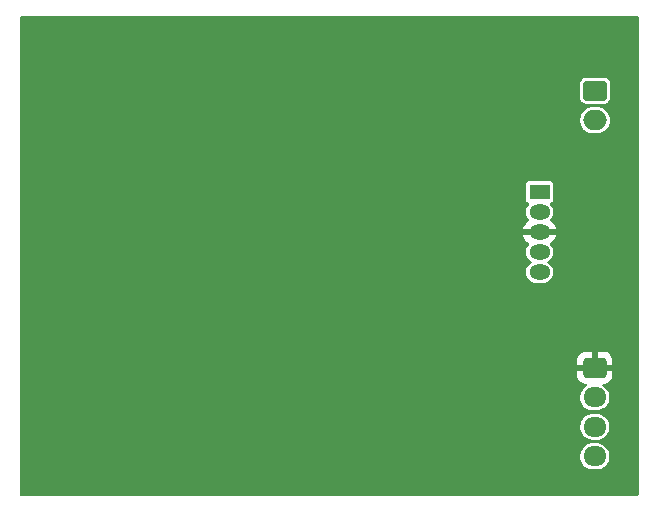
<source format=gbr>
%TF.GenerationSoftware,KiCad,Pcbnew,5.99.0-unknown-1f4a56005e~130~ubuntu20.04.1*%
%TF.CreationDate,2021-06-26T22:45:04+02:00*%
%TF.ProjectId,LED-Modul,4c45442d-4d6f-4647-956c-2e6b69636164,rev?*%
%TF.SameCoordinates,Original*%
%TF.FileFunction,Copper,L2,Bot*%
%TF.FilePolarity,Positive*%
%FSLAX46Y46*%
G04 Gerber Fmt 4.6, Leading zero omitted, Abs format (unit mm)*
G04 Created by KiCad (PCBNEW 5.99.0-unknown-1f4a56005e~130~ubuntu20.04.1) date 2021-06-26 22:45:04*
%MOMM*%
%LPD*%
G01*
G04 APERTURE LIST*
G04 Aperture macros list*
%AMRoundRect*
0 Rectangle with rounded corners*
0 $1 Rounding radius*
0 $2 $3 $4 $5 $6 $7 $8 $9 X,Y pos of 4 corners*
0 Add a 4 corners polygon primitive as box body*
4,1,4,$2,$3,$4,$5,$6,$7,$8,$9,$2,$3,0*
0 Add four circle primitives for the rounded corners*
1,1,$1+$1,$2,$3*
1,1,$1+$1,$4,$5*
1,1,$1+$1,$6,$7*
1,1,$1+$1,$8,$9*
0 Add four rect primitives between the rounded corners*
20,1,$1+$1,$2,$3,$4,$5,0*
20,1,$1+$1,$4,$5,$6,$7,0*
20,1,$1+$1,$6,$7,$8,$9,0*
20,1,$1+$1,$8,$9,$2,$3,0*%
G04 Aperture macros list end*
%TA.AperFunction,ComponentPad*%
%ADD10RoundRect,0.250000X-0.725000X0.600000X-0.725000X-0.600000X0.725000X-0.600000X0.725000X0.600000X0*%
%TD*%
%TA.AperFunction,ComponentPad*%
%ADD11O,1.950000X1.700000*%
%TD*%
%TA.AperFunction,ComponentPad*%
%ADD12RoundRect,0.250000X-0.750000X0.600000X-0.750000X-0.600000X0.750000X-0.600000X0.750000X0.600000X0*%
%TD*%
%TA.AperFunction,ComponentPad*%
%ADD13O,2.000000X1.700000*%
%TD*%
%TA.AperFunction,ComponentPad*%
%ADD14R,1.800000X1.275000*%
%TD*%
%TA.AperFunction,ComponentPad*%
%ADD15O,1.800000X1.275000*%
%TD*%
%TA.AperFunction,ViaPad*%
%ADD16C,0.700000*%
%TD*%
G04 APERTURE END LIST*
D10*
%TO.P,J2,1,Pin_1*%
%TO.N,GND*%
X172975000Y-105470000D03*
D11*
%TO.P,J2,2,Pin_2*%
%TO.N,Net-(J2-Pad2)*%
X172975000Y-107970000D03*
%TO.P,J2,3,Pin_3*%
%TO.N,Net-(J2-Pad3)*%
X172975000Y-110470000D03*
%TO.P,J2,4,Pin_4*%
%TO.N,3V3_MOD*%
X172975000Y-112970000D03*
%TD*%
D12*
%TO.P,J1,1,Pin_1*%
%TO.N,Net-(D1-Pad2)*%
X173000000Y-82000000D03*
D13*
%TO.P,J1,2,Pin_2*%
%TO.N,Net-(D1-Pad1)*%
X173000000Y-84500000D03*
%TD*%
D14*
%TO.P,U1,1*%
%TO.N,N/C*%
X168300000Y-90580000D03*
D15*
%TO.P,U1,2,SDA*%
%TO.N,Net-(J2-Pad2)*%
X168300000Y-92280000D03*
%TO.P,U1,3,GND*%
%TO.N,GND*%
X168300000Y-93980000D03*
%TO.P,U1,4,SCLK*%
%TO.N,Net-(J2-Pad3)*%
X168300000Y-95680000D03*
%TO.P,U1,5,VDD*%
%TO.N,3V3_MOD*%
X168300000Y-97380000D03*
%TD*%
D16*
%TO.N,GND*%
X146000000Y-97000000D03*
X146000000Y-95000000D03*
X144000000Y-95000000D03*
X144000000Y-97000000D03*
X146000000Y-99000000D03*
X144000000Y-99000000D03*
X144000000Y-93000000D03*
X146000000Y-93000000D03*
X148000000Y-97000000D03*
X148000000Y-95000000D03*
X142000000Y-95000000D03*
X142000000Y-97000000D03*
X142000000Y-99000000D03*
X148000000Y-99000000D03*
X148000000Y-93000000D03*
X142000000Y-93000000D03*
X147000000Y-94000000D03*
X147000000Y-96000000D03*
X147000000Y-98000000D03*
X143000000Y-98000000D03*
X143000000Y-96000000D03*
X143000000Y-94000000D03*
X140000000Y-98500000D03*
X145000000Y-98000000D03*
X150000000Y-98500000D03*
X150000000Y-93500000D03*
X145000000Y-94000000D03*
X140000000Y-93500000D03*
X150000000Y-91000000D03*
X145000000Y-90500000D03*
X145000000Y-96000000D03*
X145000000Y-101500000D03*
X150000000Y-101000000D03*
X140000000Y-101000000D03*
X140000000Y-91000000D03*
%TD*%
%TA.AperFunction,Conductor*%
%TO.N,GND*%
G36*
X176659191Y-75718907D02*
G01*
X176695155Y-75768407D01*
X176700000Y-75799000D01*
X176700000Y-116201000D01*
X176681093Y-116259191D01*
X176631593Y-116295155D01*
X176601000Y-116300000D01*
X124399000Y-116300000D01*
X124340809Y-116281093D01*
X124304845Y-116231593D01*
X124300000Y-116201000D01*
X124300000Y-112915801D01*
X171741825Y-112915801D01*
X171751569Y-113126330D01*
X171800947Y-113331218D01*
X171888178Y-113523072D01*
X172010114Y-113694970D01*
X172088390Y-113769903D01*
X172158951Y-113837451D01*
X172158955Y-113837454D01*
X172162355Y-113840709D01*
X172339408Y-113955031D01*
X172343769Y-113956789D01*
X172343770Y-113956789D01*
X172530522Y-114032052D01*
X172530525Y-114032053D01*
X172534885Y-114033810D01*
X172539499Y-114034711D01*
X172539502Y-114034712D01*
X172738237Y-114073523D01*
X172738244Y-114073524D01*
X172741732Y-114074205D01*
X172747764Y-114074500D01*
X173152406Y-114074500D01*
X173288099Y-114061554D01*
X173305106Y-114059931D01*
X173305107Y-114059931D01*
X173309801Y-114059483D01*
X173512033Y-114000155D01*
X173699397Y-113903656D01*
X173783680Y-113837451D01*
X173861420Y-113776386D01*
X173861422Y-113776384D01*
X173865133Y-113773469D01*
X174003261Y-113614290D01*
X174108797Y-113431864D01*
X174142258Y-113335507D01*
X174176391Y-113237217D01*
X174176392Y-113237211D01*
X174177934Y-113232772D01*
X174208175Y-113024199D01*
X174198431Y-112813670D01*
X174149053Y-112608782D01*
X174061822Y-112416928D01*
X173939886Y-112245030D01*
X173854838Y-112163614D01*
X173791049Y-112102549D01*
X173791045Y-112102546D01*
X173787645Y-112099291D01*
X173610592Y-111984969D01*
X173503977Y-111942002D01*
X173419478Y-111907948D01*
X173419475Y-111907947D01*
X173415115Y-111906190D01*
X173410501Y-111905289D01*
X173410498Y-111905288D01*
X173211763Y-111866477D01*
X173211756Y-111866476D01*
X173208268Y-111865795D01*
X173202236Y-111865500D01*
X172797594Y-111865500D01*
X172661901Y-111878446D01*
X172644894Y-111880069D01*
X172644893Y-111880069D01*
X172640199Y-111880517D01*
X172437967Y-111939845D01*
X172250603Y-112036344D01*
X172246895Y-112039257D01*
X172088580Y-112163614D01*
X172088578Y-112163616D01*
X172084867Y-112166531D01*
X171946739Y-112325710D01*
X171841203Y-112508136D01*
X171839659Y-112512583D01*
X171773609Y-112702783D01*
X171773608Y-112702789D01*
X171772066Y-112707228D01*
X171741825Y-112915801D01*
X124300000Y-112915801D01*
X124300000Y-110415801D01*
X171741825Y-110415801D01*
X171751569Y-110626330D01*
X171800947Y-110831218D01*
X171888178Y-111023072D01*
X172010114Y-111194970D01*
X172088390Y-111269903D01*
X172158951Y-111337451D01*
X172158955Y-111337454D01*
X172162355Y-111340709D01*
X172339408Y-111455031D01*
X172343769Y-111456789D01*
X172343770Y-111456789D01*
X172530522Y-111532052D01*
X172530525Y-111532053D01*
X172534885Y-111533810D01*
X172539499Y-111534711D01*
X172539502Y-111534712D01*
X172738237Y-111573523D01*
X172738244Y-111573524D01*
X172741732Y-111574205D01*
X172747764Y-111574500D01*
X173152406Y-111574500D01*
X173288099Y-111561554D01*
X173305106Y-111559931D01*
X173305107Y-111559931D01*
X173309801Y-111559483D01*
X173512033Y-111500155D01*
X173699397Y-111403656D01*
X173783680Y-111337451D01*
X173861420Y-111276386D01*
X173861422Y-111276384D01*
X173865133Y-111273469D01*
X174003261Y-111114290D01*
X174108797Y-110931864D01*
X174142258Y-110835507D01*
X174176391Y-110737217D01*
X174176392Y-110737211D01*
X174177934Y-110732772D01*
X174208175Y-110524199D01*
X174198431Y-110313670D01*
X174149053Y-110108782D01*
X174061822Y-109916928D01*
X173939886Y-109745030D01*
X173854838Y-109663614D01*
X173791049Y-109602549D01*
X173791045Y-109602546D01*
X173787645Y-109599291D01*
X173610592Y-109484969D01*
X173503977Y-109442002D01*
X173419478Y-109407948D01*
X173419475Y-109407947D01*
X173415115Y-109406190D01*
X173410501Y-109405289D01*
X173410498Y-109405288D01*
X173211763Y-109366477D01*
X173211756Y-109366476D01*
X173208268Y-109365795D01*
X173202236Y-109365500D01*
X172797594Y-109365500D01*
X172661901Y-109378446D01*
X172644894Y-109380069D01*
X172644893Y-109380069D01*
X172640199Y-109380517D01*
X172437967Y-109439845D01*
X172250603Y-109536344D01*
X172246895Y-109539257D01*
X172088580Y-109663614D01*
X172088578Y-109663616D01*
X172084867Y-109666531D01*
X171946739Y-109825710D01*
X171841203Y-110008136D01*
X171839659Y-110012583D01*
X171773609Y-110202783D01*
X171773608Y-110202789D01*
X171772066Y-110207228D01*
X171741825Y-110415801D01*
X124300000Y-110415801D01*
X124300000Y-105732243D01*
X171492000Y-105732243D01*
X171492000Y-106110019D01*
X171492332Y-106115731D01*
X171506799Y-106239817D01*
X171509427Y-106250934D01*
X171565795Y-106406226D01*
X171570918Y-106416457D01*
X171661498Y-106554614D01*
X171668831Y-106563384D01*
X171788769Y-106677002D01*
X171797917Y-106683846D01*
X171940780Y-106766828D01*
X171951259Y-106771384D01*
X172110022Y-106819468D01*
X172119946Y-106821393D01*
X172191781Y-106827804D01*
X172196182Y-106828000D01*
X172246690Y-106828000D01*
X172304881Y-106846907D01*
X172340845Y-106896407D01*
X172340845Y-106957593D01*
X172304881Y-107007093D01*
X172292019Y-107015013D01*
X172257671Y-107032704D01*
X172250603Y-107036344D01*
X172246895Y-107039257D01*
X172088580Y-107163614D01*
X172088578Y-107163616D01*
X172084867Y-107166531D01*
X171946739Y-107325710D01*
X171841203Y-107508136D01*
X171839659Y-107512583D01*
X171773609Y-107702783D01*
X171773608Y-107702789D01*
X171772066Y-107707228D01*
X171741825Y-107915801D01*
X171751569Y-108126330D01*
X171800947Y-108331218D01*
X171888178Y-108523072D01*
X172010114Y-108694970D01*
X172088390Y-108769903D01*
X172158951Y-108837451D01*
X172158955Y-108837454D01*
X172162355Y-108840709D01*
X172339408Y-108955031D01*
X172343769Y-108956789D01*
X172343770Y-108956789D01*
X172530522Y-109032052D01*
X172530525Y-109032053D01*
X172534885Y-109033810D01*
X172539499Y-109034711D01*
X172539502Y-109034712D01*
X172738237Y-109073523D01*
X172738244Y-109073524D01*
X172741732Y-109074205D01*
X172747764Y-109074500D01*
X173152406Y-109074500D01*
X173288099Y-109061554D01*
X173305106Y-109059931D01*
X173305107Y-109059931D01*
X173309801Y-109059483D01*
X173512033Y-109000155D01*
X173699397Y-108903656D01*
X173783680Y-108837451D01*
X173861420Y-108776386D01*
X173861422Y-108776384D01*
X173865133Y-108773469D01*
X174003261Y-108614290D01*
X174108797Y-108431864D01*
X174142258Y-108335507D01*
X174176391Y-108237217D01*
X174176392Y-108237211D01*
X174177934Y-108232772D01*
X174208175Y-108024199D01*
X174198431Y-107813670D01*
X174149053Y-107608782D01*
X174061822Y-107416928D01*
X173939886Y-107245030D01*
X173854838Y-107163614D01*
X173791049Y-107102549D01*
X173791045Y-107102546D01*
X173787645Y-107099291D01*
X173649620Y-107010169D01*
X173610991Y-106962720D01*
X173607629Y-106901627D01*
X173640818Y-106850226D01*
X173703322Y-106828000D01*
X173740019Y-106828000D01*
X173745731Y-106827668D01*
X173869817Y-106813201D01*
X173880934Y-106810573D01*
X174036226Y-106754205D01*
X174046457Y-106749082D01*
X174184614Y-106658502D01*
X174193384Y-106651169D01*
X174307002Y-106531231D01*
X174313846Y-106522083D01*
X174396828Y-106379220D01*
X174401384Y-106368741D01*
X174449468Y-106209978D01*
X174451393Y-106200054D01*
X174457804Y-106128219D01*
X174458000Y-106123818D01*
X174458000Y-105739680D01*
X174453878Y-105726995D01*
X174449757Y-105724000D01*
X171507680Y-105724000D01*
X171494995Y-105728122D01*
X171492000Y-105732243D01*
X124300000Y-105732243D01*
X124300000Y-104816182D01*
X171492000Y-104816182D01*
X171492000Y-105200320D01*
X171496122Y-105213005D01*
X171500243Y-105216000D01*
X172705320Y-105216000D01*
X172718005Y-105211878D01*
X172721000Y-105207757D01*
X172721000Y-104127680D01*
X172718583Y-104120243D01*
X173229000Y-104120243D01*
X173229000Y-105200320D01*
X173233122Y-105213005D01*
X173237243Y-105216000D01*
X174442320Y-105216000D01*
X174455005Y-105211878D01*
X174458000Y-105207757D01*
X174458000Y-104829981D01*
X174457668Y-104824269D01*
X174443201Y-104700183D01*
X174440573Y-104689066D01*
X174384205Y-104533774D01*
X174379082Y-104523543D01*
X174288502Y-104385386D01*
X174281169Y-104376616D01*
X174161231Y-104262998D01*
X174152083Y-104256154D01*
X174009220Y-104173172D01*
X173998741Y-104168616D01*
X173839978Y-104120532D01*
X173830054Y-104118607D01*
X173758219Y-104112196D01*
X173753818Y-104112000D01*
X173244680Y-104112000D01*
X173231995Y-104116122D01*
X173229000Y-104120243D01*
X172718583Y-104120243D01*
X172716878Y-104114995D01*
X172712757Y-104112000D01*
X172209981Y-104112000D01*
X172204269Y-104112332D01*
X172080183Y-104126799D01*
X172069066Y-104129427D01*
X171913774Y-104185795D01*
X171903543Y-104190918D01*
X171765386Y-104281498D01*
X171756616Y-104288831D01*
X171642998Y-104408769D01*
X171636154Y-104417917D01*
X171553172Y-104560780D01*
X171548616Y-104571259D01*
X171500532Y-104730022D01*
X171498607Y-104739946D01*
X171492196Y-104811781D01*
X171492000Y-104816182D01*
X124300000Y-104816182D01*
X124300000Y-94245873D01*
X166920721Y-94245873D01*
X166925434Y-94273299D01*
X166927772Y-94282026D01*
X166997505Y-94471044D01*
X167001398Y-94479206D01*
X167104402Y-94652340D01*
X167109723Y-94659665D01*
X167242554Y-94811129D01*
X167249109Y-94817349D01*
X167377206Y-94918332D01*
X167411199Y-94969206D01*
X167408797Y-95030344D01*
X167382158Y-95069652D01*
X167374758Y-95076314D01*
X167374752Y-95076321D01*
X167370899Y-95079790D01*
X167260675Y-95231500D01*
X167184402Y-95402812D01*
X167145414Y-95586238D01*
X167145414Y-95773762D01*
X167184402Y-95957188D01*
X167260675Y-96128500D01*
X167370899Y-96280210D01*
X167374748Y-96283676D01*
X167374752Y-96283680D01*
X167506400Y-96402216D01*
X167506405Y-96402220D01*
X167510257Y-96405688D01*
X167514752Y-96408283D01*
X167577072Y-96444264D01*
X167618013Y-96489733D01*
X167624409Y-96550584D01*
X167593816Y-96603572D01*
X167577072Y-96615736D01*
X167510257Y-96654312D01*
X167506405Y-96657780D01*
X167506400Y-96657784D01*
X167374752Y-96776320D01*
X167374748Y-96776324D01*
X167370899Y-96779790D01*
X167260675Y-96931500D01*
X167184402Y-97102812D01*
X167145414Y-97286238D01*
X167145414Y-97473762D01*
X167184402Y-97657188D01*
X167260675Y-97828500D01*
X167370899Y-97980210D01*
X167374748Y-97983676D01*
X167374752Y-97983680D01*
X167506400Y-98102216D01*
X167506405Y-98102220D01*
X167510257Y-98105688D01*
X167514752Y-98108283D01*
X167668163Y-98196856D01*
X167668168Y-98196858D01*
X167672657Y-98199450D01*
X167851003Y-98257398D01*
X167907025Y-98263286D01*
X167987347Y-98271729D01*
X167987354Y-98271729D01*
X167989929Y-98272000D01*
X168610071Y-98272000D01*
X168612646Y-98271729D01*
X168612653Y-98271729D01*
X168692975Y-98263286D01*
X168748997Y-98257398D01*
X168927343Y-98199450D01*
X168931832Y-98196858D01*
X168931837Y-98196856D01*
X169085248Y-98108283D01*
X169089743Y-98105688D01*
X169093595Y-98102220D01*
X169093600Y-98102216D01*
X169225248Y-97983680D01*
X169225252Y-97983676D01*
X169229101Y-97980210D01*
X169339325Y-97828500D01*
X169415598Y-97657188D01*
X169454586Y-97473762D01*
X169454586Y-97286238D01*
X169415598Y-97102812D01*
X169339325Y-96931500D01*
X169229101Y-96779790D01*
X169225252Y-96776324D01*
X169225248Y-96776320D01*
X169093600Y-96657784D01*
X169093595Y-96657780D01*
X169089743Y-96654312D01*
X169022928Y-96615736D01*
X168981987Y-96570267D01*
X168975591Y-96509416D01*
X169006184Y-96456428D01*
X169022928Y-96444264D01*
X169085248Y-96408283D01*
X169089743Y-96405688D01*
X169093595Y-96402220D01*
X169093600Y-96402216D01*
X169225248Y-96283680D01*
X169225252Y-96283676D01*
X169229101Y-96280210D01*
X169339325Y-96128500D01*
X169415598Y-95957188D01*
X169454586Y-95773762D01*
X169454586Y-95586238D01*
X169415598Y-95402812D01*
X169339325Y-95231500D01*
X169229101Y-95079790D01*
X169225241Y-95076314D01*
X169216929Y-95068830D01*
X169186335Y-95015843D01*
X169192729Y-94954992D01*
X169223937Y-94915933D01*
X169328698Y-94837704D01*
X169335416Y-94831655D01*
X169472174Y-94683710D01*
X169477673Y-94676545D01*
X169585182Y-94506153D01*
X169589285Y-94498100D01*
X169663941Y-94310972D01*
X169666506Y-94302314D01*
X169677036Y-94249379D01*
X169675468Y-94236134D01*
X169675436Y-94236099D01*
X169667392Y-94234000D01*
X166934361Y-94234000D01*
X166921676Y-94238122D01*
X166921237Y-94238726D01*
X166920721Y-94245873D01*
X124300000Y-94245873D01*
X124300000Y-93710621D01*
X166922964Y-93710621D01*
X166924532Y-93723866D01*
X166924564Y-93723901D01*
X166932608Y-93726000D01*
X169665639Y-93726000D01*
X169678324Y-93721878D01*
X169678763Y-93721274D01*
X169679279Y-93714127D01*
X169674566Y-93686701D01*
X169672228Y-93677974D01*
X169602495Y-93488956D01*
X169598602Y-93480794D01*
X169495598Y-93307660D01*
X169490277Y-93300335D01*
X169357446Y-93148871D01*
X169350891Y-93142651D01*
X169222794Y-93041668D01*
X169188801Y-92990794D01*
X169191203Y-92929656D01*
X169217842Y-92890348D01*
X169225242Y-92883686D01*
X169225248Y-92883679D01*
X169229101Y-92880210D01*
X169339325Y-92728500D01*
X169415598Y-92557188D01*
X169454586Y-92373762D01*
X169454586Y-92186238D01*
X169415598Y-92002812D01*
X169339325Y-91831500D01*
X169229101Y-91679790D01*
X169186125Y-91641094D01*
X169155532Y-91588106D01*
X169161928Y-91527256D01*
X169202869Y-91481786D01*
X169233055Y-91470425D01*
X169289741Y-91459150D01*
X169289743Y-91459149D01*
X169299306Y-91457247D01*
X169383494Y-91400994D01*
X169439747Y-91316806D01*
X169459500Y-91217500D01*
X169459500Y-89942500D01*
X169439747Y-89843194D01*
X169383494Y-89759006D01*
X169299306Y-89702753D01*
X169289743Y-89700851D01*
X169289741Y-89700850D01*
X169245632Y-89692077D01*
X169200000Y-89683000D01*
X167400000Y-89683000D01*
X167354368Y-89692077D01*
X167310259Y-89700850D01*
X167310257Y-89700851D01*
X167300694Y-89702753D01*
X167216506Y-89759006D01*
X167160253Y-89843194D01*
X167140500Y-89942500D01*
X167140500Y-91217500D01*
X167160253Y-91316806D01*
X167216506Y-91400994D01*
X167300694Y-91457247D01*
X167310257Y-91459149D01*
X167310259Y-91459150D01*
X167366945Y-91470425D01*
X167420329Y-91500322D01*
X167445945Y-91555887D01*
X167434008Y-91615896D01*
X167413875Y-91641094D01*
X167370899Y-91679790D01*
X167260675Y-91831500D01*
X167184402Y-92002812D01*
X167145414Y-92186238D01*
X167145414Y-92373762D01*
X167184402Y-92557188D01*
X167260675Y-92728500D01*
X167370899Y-92880210D01*
X167374756Y-92883683D01*
X167374758Y-92883685D01*
X167383071Y-92891170D01*
X167413665Y-92944157D01*
X167407271Y-93005008D01*
X167376063Y-93044067D01*
X167271302Y-93122296D01*
X167264584Y-93128345D01*
X167127826Y-93276290D01*
X167122327Y-93283455D01*
X167014818Y-93453847D01*
X167010715Y-93461900D01*
X166936059Y-93649028D01*
X166933494Y-93657686D01*
X166922964Y-93710621D01*
X124300000Y-93710621D01*
X124300000Y-84445801D01*
X171741825Y-84445801D01*
X171751569Y-84656330D01*
X171800947Y-84861218D01*
X171888178Y-85053072D01*
X172010114Y-85224970D01*
X172088390Y-85299903D01*
X172158951Y-85367451D01*
X172158955Y-85367454D01*
X172162355Y-85370709D01*
X172339408Y-85485031D01*
X172343769Y-85486789D01*
X172343770Y-85486789D01*
X172530522Y-85562052D01*
X172530525Y-85562053D01*
X172534885Y-85563810D01*
X172539499Y-85564711D01*
X172539502Y-85564712D01*
X172738237Y-85603523D01*
X172738244Y-85603524D01*
X172741732Y-85604205D01*
X172747764Y-85604500D01*
X173202406Y-85604500D01*
X173338099Y-85591554D01*
X173355106Y-85589931D01*
X173355107Y-85589931D01*
X173359801Y-85589483D01*
X173562033Y-85530155D01*
X173749397Y-85433656D01*
X173833680Y-85367451D01*
X173911420Y-85306386D01*
X173911422Y-85306384D01*
X173915133Y-85303469D01*
X174053261Y-85144290D01*
X174158797Y-84961864D01*
X174192258Y-84865507D01*
X174226391Y-84767217D01*
X174226392Y-84767211D01*
X174227934Y-84762772D01*
X174258175Y-84554199D01*
X174248431Y-84343670D01*
X174199053Y-84138782D01*
X174111822Y-83946928D01*
X173989886Y-83775030D01*
X173904838Y-83693614D01*
X173841049Y-83632549D01*
X173841045Y-83632546D01*
X173837645Y-83629291D01*
X173660592Y-83514969D01*
X173553977Y-83472002D01*
X173469478Y-83437948D01*
X173469475Y-83437947D01*
X173465115Y-83436190D01*
X173460501Y-83435289D01*
X173460498Y-83435288D01*
X173261763Y-83396477D01*
X173261756Y-83396476D01*
X173258268Y-83395795D01*
X173252236Y-83395500D01*
X172797594Y-83395500D01*
X172661901Y-83408446D01*
X172644894Y-83410069D01*
X172644893Y-83410069D01*
X172640199Y-83410517D01*
X172437967Y-83469845D01*
X172250603Y-83566344D01*
X172246895Y-83569257D01*
X172088580Y-83693614D01*
X172088578Y-83693616D01*
X172084867Y-83696531D01*
X171946739Y-83855710D01*
X171841203Y-84038136D01*
X171839659Y-84042583D01*
X171773609Y-84232783D01*
X171773608Y-84232789D01*
X171772066Y-84237228D01*
X171741825Y-84445801D01*
X124300000Y-84445801D01*
X124300000Y-81332712D01*
X171745500Y-81332712D01*
X171745500Y-82634914D01*
X171760979Y-82743000D01*
X171820771Y-82874504D01*
X171915067Y-82983941D01*
X172036289Y-83062513D01*
X172043044Y-83064533D01*
X172043048Y-83064535D01*
X172112667Y-83085355D01*
X172174691Y-83103904D01*
X172180037Y-83104301D01*
X172180041Y-83104302D01*
X172180595Y-83104343D01*
X172182712Y-83104500D01*
X173784914Y-83104500D01*
X173788405Y-83104000D01*
X173788406Y-83104000D01*
X173820943Y-83099340D01*
X173893000Y-83089021D01*
X173932394Y-83071109D01*
X174018080Y-83032150D01*
X174018081Y-83032149D01*
X174024504Y-83029229D01*
X174133941Y-82934933D01*
X174212513Y-82813711D01*
X174214533Y-82806956D01*
X174214535Y-82806952D01*
X174235749Y-82736016D01*
X174253904Y-82675309D01*
X174254500Y-82667288D01*
X174254500Y-81365086D01*
X174239021Y-81257000D01*
X174179229Y-81125496D01*
X174084933Y-81016059D01*
X173963711Y-80937487D01*
X173956956Y-80935467D01*
X173956952Y-80935465D01*
X173875074Y-80910979D01*
X173825309Y-80896096D01*
X173819963Y-80895699D01*
X173819959Y-80895698D01*
X173819405Y-80895657D01*
X173817288Y-80895500D01*
X172215086Y-80895500D01*
X172211595Y-80896000D01*
X172211594Y-80896000D01*
X172179057Y-80900660D01*
X172107000Y-80910979D01*
X172100578Y-80913899D01*
X172053147Y-80935465D01*
X171975496Y-80970771D01*
X171866059Y-81065067D01*
X171787487Y-81186289D01*
X171785467Y-81193044D01*
X171785465Y-81193048D01*
X171766340Y-81257000D01*
X171746096Y-81324691D01*
X171745500Y-81332712D01*
X124300000Y-81332712D01*
X124300000Y-75799000D01*
X124318907Y-75740809D01*
X124368407Y-75704845D01*
X124399000Y-75700000D01*
X176601000Y-75700000D01*
X176659191Y-75718907D01*
G37*
%TD.AperFunction*%
%TD*%
M02*

</source>
